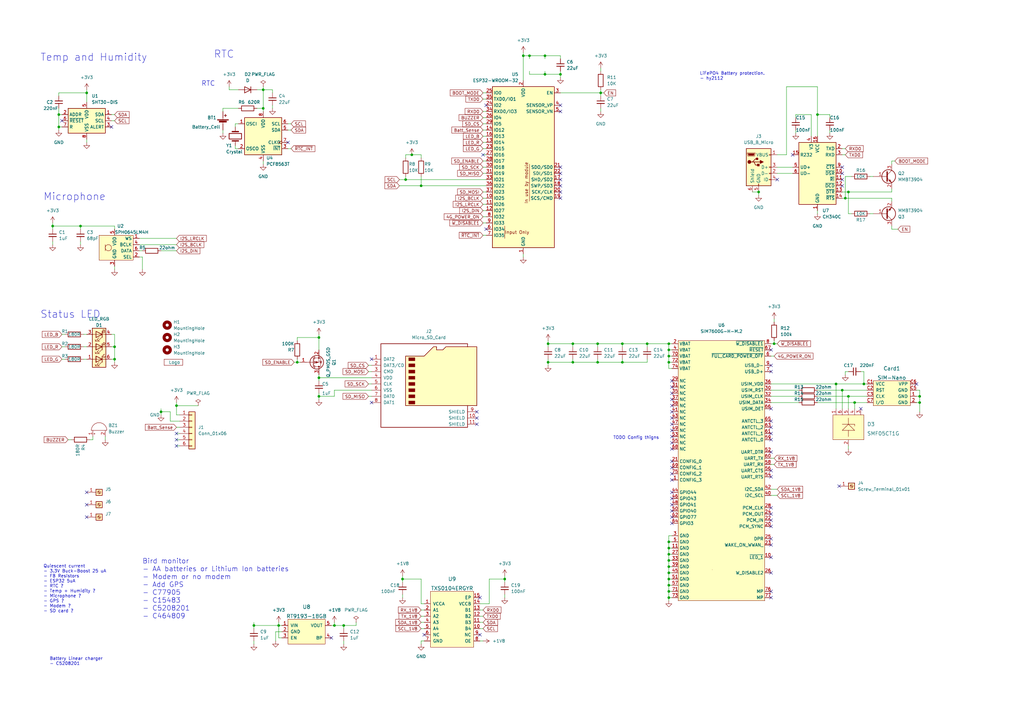
<source format=kicad_sch>
(kicad_sch (version 20230121) (generator eeschema)
  (paper "A3")
  (junction (at 274.32 232.41))
  (junction (at 350.52 165.1))
  (junction (at 130.81 154.94))
  (junction (at 166.37 73.66))
  (junction (at 274.32 143.51))
  (junction (at 274.32 146.05))
  (junction (at 168.91 63.5))
  (junction (at 274.32 224.79))
  (junction (at 46.99 147.32))
  (junction (at 245.11 140.97))
  (junction (at 255.27 148.59))
  (junction (at 217.17 22.86))
  (junction (at 223.52 30.48))
  (junction (at 377.19 162.56))
  (junction (at 104.14 256.54))
  (junction (at 354.33 157.48))
  (junction (at 274.32 240.03))
  (junction (at 140.97 256.54))
  (junction (at 35.56 38.1))
  (junction (at 345.44 160.02))
  (junction (at 114.3 256.54))
  (junction (at 229.87 30.48))
  (junction (at 137.16 256.54))
  (junction (at 24.13 46.99))
  (junction (at 72.39 166.37))
  (junction (at 207.01 237.49))
  (junction (at 234.95 148.59))
  (junction (at 172.72 76.2))
  (junction (at 46.99 142.24))
  (junction (at 274.32 227.33))
  (junction (at 130.81 138.43))
  (junction (at 107.95 44.45))
  (junction (at 274.32 242.57))
  (junction (at 274.32 222.25))
  (junction (at 347.98 162.56))
  (junction (at 33.02 92.71))
  (junction (at 274.32 245.11))
  (junction (at 311.15 78.74))
  (junction (at 274.32 237.49))
  (junction (at 342.9 157.48))
  (junction (at 21.59 92.71))
  (junction (at 265.43 140.97))
  (junction (at 121.92 148.59))
  (junction (at 274.32 148.59))
  (junction (at 66.04 168.91))
  (junction (at 377.19 165.1))
  (junction (at 274.32 140.97))
  (junction (at 274.32 234.95))
  (junction (at 223.52 22.86))
  (junction (at 224.79 140.97))
  (junction (at 255.27 140.97))
  (junction (at 347.98 78.74))
  (junction (at 234.95 140.97))
  (junction (at 245.11 148.59))
  (junction (at 107.95 36.83))
  (junction (at 224.79 148.59))
  (junction (at 130.81 162.56))
  (junction (at 346.71 81.28))
  (junction (at 274.32 229.87))
  (junction (at 24.13 52.07))
  (junction (at 317.5 140.97))
  (junction (at 335.28 46.99))
  (junction (at 165.1 237.49))
  (junction (at 214.63 22.86))
  (junction (at 246.38 38.1))
  (no_connect (at 25.4 49.53))
  (no_connect (at 199.39 43.18))
  (no_connect (at 316.23 228.6))
  (no_connect (at 229.87 43.18))
  (no_connect (at 316.23 208.28))
  (no_connect (at 316.23 175.26))
  (no_connect (at 275.59 181.61))
  (no_connect (at 353.06 167.64))
  (no_connect (at 316.23 210.82))
  (no_connect (at 275.59 163.83))
  (no_connect (at 316.23 180.34))
  (no_connect (at 345.44 73.66))
  (no_connect (at 275.59 194.31))
  (no_connect (at 275.59 207.01))
  (no_connect (at 316.23 193.04))
  (no_connect (at 275.59 191.77))
  (no_connect (at 316.23 177.8))
  (no_connect (at 45.72 52.07))
  (no_connect (at 275.59 201.93))
  (no_connect (at 135.89 261.62))
  (no_connect (at 316.23 149.86))
  (no_connect (at 275.59 204.47))
  (no_connect (at 35.56 212.09))
  (no_connect (at 275.59 189.23))
  (no_connect (at 345.44 68.58))
  (no_connect (at 316.23 234.95))
  (no_connect (at 196.85 260.35))
  (no_connect (at 275.59 168.91))
  (no_connect (at 316.23 143.51))
  (no_connect (at 196.85 245.11))
  (no_connect (at 275.59 158.75))
  (no_connect (at 152.4 147.32))
  (no_connect (at 118.11 58.42))
  (no_connect (at 275.59 166.37))
  (no_connect (at 198.12 63.5))
  (no_connect (at 229.87 76.2))
  (no_connect (at 35.56 207.01))
  (no_connect (at 275.59 209.55))
  (no_connect (at 316.23 172.72))
  (no_connect (at 316.23 195.58))
  (no_connect (at 173.99 260.35))
  (no_connect (at 344.17 199.39))
  (no_connect (at 199.39 93.98))
  (no_connect (at 316.23 245.11))
  (no_connect (at 325.12 63.5))
  (no_connect (at 345.44 71.12))
  (no_connect (at 316.23 242.57))
  (no_connect (at 275.59 184.15))
  (no_connect (at 275.59 179.07))
  (no_connect (at 275.59 171.45))
  (no_connect (at 275.59 161.29))
  (no_connect (at 229.87 81.28))
  (no_connect (at 275.59 173.99))
  (no_connect (at 229.87 73.66))
  (no_connect (at 345.44 76.2))
  (no_connect (at 316.23 223.52))
  (no_connect (at 229.87 45.72))
  (no_connect (at 316.23 185.42))
  (no_connect (at 316.23 167.64))
  (no_connect (at 72.39 182.88))
  (no_connect (at 275.59 214.63))
  (no_connect (at 275.59 156.21))
  (no_connect (at 229.87 71.12))
  (no_connect (at 316.23 213.36))
  (no_connect (at 195.58 173.99))
  (no_connect (at 275.59 212.09))
  (no_connect (at 195.58 168.91))
  (no_connect (at 316.23 152.4))
  (no_connect (at 316.23 220.98))
  (no_connect (at 316.23 215.9))
  (no_connect (at 275.59 176.53))
  (no_connect (at 72.39 180.34))
  (no_connect (at 318.77 73.66))
  (no_connect (at 229.87 68.58))
  (no_connect (at 35.56 201.93))
  (no_connect (at 152.4 165.1))
  (no_connect (at 375.92 157.48))
  (no_connect (at 72.39 177.8))
  (no_connect (at 229.87 78.74))
  (no_connect (at 195.58 171.45))
  (no_connect (at 275.59 196.85))
  (wire (pts (xy 207.01 243.84) (xy 207.01 245.11)))
  (wire (pts (xy 69.85 168.91) (xy 66.04 168.91)))
  (wire (pts (xy 91.44 53.34) (xy 91.44 54.61)))
  (wire (pts (xy 234.95 147.32) (xy 234.95 148.59)))
  (wire (pts (xy 135.89 256.54) (xy 137.16 256.54)))
  (wire (pts (xy 151.13 149.86) (xy 152.4 149.86)))
  (wire (pts (xy 45.72 142.24) (xy 46.99 142.24)))
  (wire (pts (xy 229.87 29.21) (xy 229.87 30.48)))
  (wire (pts (xy 224.79 148.59) (xy 224.79 149.86)))
  (wire (pts (xy 25.4 137.16) (xy 26.67 137.16)))
  (wire (pts (xy 146.05 256.54) (xy 146.05 255.27)))
  (wire (pts (xy 172.72 257.81) (xy 173.99 257.81)))
  (wire (pts (xy 172.72 264.16) (xy 172.72 262.89)))
  (wire (pts (xy 274.32 242.57) (xy 274.32 240.03)))
  (wire (pts (xy 172.72 237.49) (xy 165.1 237.49)))
  (wire (pts (xy 377.19 160.02) (xy 377.19 162.56)))
  (wire (pts (xy 24.13 38.1) (xy 35.56 38.1)))
  (wire (pts (xy 274.32 140.97) (xy 275.59 140.97)))
  (wire (pts (xy 274.32 222.25) (xy 274.32 219.71)))
  (wire (pts (xy 322.58 35.56) (xy 335.28 35.56)))
  (wire (pts (xy 21.59 92.71) (xy 33.02 92.71)))
  (wire (pts (xy 66.04 167.64) (xy 66.04 168.91)))
  (wire (pts (xy 130.81 137.16) (xy 130.81 138.43)))
  (wire (pts (xy 365.76 93.98) (xy 365.76 92.71)))
  (wire (pts (xy 38.1 179.07) (xy 38.1 180.34)))
  (wire (pts (xy 43.18 179.07) (xy 43.18 180.34)))
  (wire (pts (xy 265.43 140.97) (xy 255.27 140.97)))
  (wire (pts (xy 198.12 83.82) (xy 199.39 83.82)))
  (wire (pts (xy 274.32 224.79) (xy 275.59 224.79)))
  (wire (pts (xy 57.15 105.41) (xy 58.42 105.41)))
  (wire (pts (xy 217.17 29.21) (xy 217.17 30.48)))
  (wire (pts (xy 105.41 44.45) (xy 107.95 44.45)))
  (wire (pts (xy 375.92 165.1) (xy 377.19 165.1)))
  (wire (pts (xy 163.83 76.2) (xy 172.72 76.2)))
  (wire (pts (xy 274.32 242.57) (xy 275.59 242.57)))
  (wire (pts (xy 46.99 142.24) (xy 46.99 147.32)))
  (wire (pts (xy 130.81 154.94) (xy 130.81 153.67)))
  (wire (pts (xy 46.99 147.32) (xy 46.99 148.59)))
  (wire (pts (xy 198.12 63.5) (xy 199.39 63.5)))
  (wire (pts (xy 229.87 38.1) (xy 246.38 38.1)))
  (wire (pts (xy 163.83 73.66) (xy 166.37 73.66)))
  (wire (pts (xy 274.32 143.51) (xy 274.32 146.05)))
  (wire (pts (xy 25.4 147.32) (xy 26.67 147.32)))
  (wire (pts (xy 34.29 142.24) (xy 35.56 142.24)))
  (wire (pts (xy 265.43 147.32) (xy 265.43 148.59)))
  (wire (pts (xy 45.72 46.99) (xy 46.99 46.99)))
  (wire (pts (xy 368.3 93.98) (xy 365.76 93.98)))
  (wire (pts (xy 35.56 57.15) (xy 35.56 58.42)))
  (wire (pts (xy 198.12 58.42) (xy 199.39 58.42)))
  (wire (pts (xy 274.32 240.03) (xy 275.59 240.03)))
  (wire (pts (xy 245.11 140.97) (xy 234.95 140.97)))
  (wire (pts (xy 105.41 36.83) (xy 107.95 36.83)))
  (wire (pts (xy 165.1 236.22) (xy 165.1 237.49)))
  (wire (pts (xy 229.87 22.86) (xy 223.52 22.86)))
  (wire (pts (xy 255.27 140.97) (xy 255.27 142.24)))
  (wire (pts (xy 104.14 256.54) (xy 114.3 256.54)))
  (wire (pts (xy 217.17 22.86) (xy 223.52 22.86)))
  (wire (pts (xy 316.23 187.96) (xy 317.5 187.96)))
  (wire (pts (xy 365.76 78.74) (xy 365.76 77.47)))
  (wire (pts (xy 114.3 256.54) (xy 115.57 256.54)))
  (wire (pts (xy 347.98 152.4) (xy 346.71 152.4)))
  (wire (pts (xy 234.95 140.97) (xy 234.95 142.24)))
  (wire (pts (xy 166.37 72.39) (xy 166.37 73.66)))
  (wire (pts (xy 35.56 38.1) (xy 35.56 36.83)))
  (wire (pts (xy 130.81 161.29) (xy 130.81 162.56)))
  (wire (pts (xy 172.72 252.73) (xy 173.99 252.73)))
  (wire (pts (xy 335.28 86.36) (xy 335.28 87.63)))
  (wire (pts (xy 72.39 182.88) (xy 73.66 182.88)))
  (wire (pts (xy 196.85 257.81) (xy 198.12 257.81)))
  (wire (pts (xy 198.12 68.58) (xy 199.39 68.58)))
  (wire (pts (xy 316.23 190.5) (xy 317.5 190.5)))
  (wire (pts (xy 196.85 252.73) (xy 198.12 252.73)))
  (wire (pts (xy 81.28 166.37) (xy 72.39 166.37)))
  (wire (pts (xy 229.87 24.13) (xy 229.87 22.86)))
  (wire (pts (xy 34.29 137.16) (xy 35.56 137.16)))
  (wire (pts (xy 38.1 180.34) (xy 36.83 180.34)))
  (wire (pts (xy 245.11 147.32) (xy 245.11 148.59)))
  (wire (pts (xy 21.59 92.71) (xy 21.59 93.98)))
  (wire (pts (xy 21.59 99.06) (xy 21.59 100.33)))
  (wire (pts (xy 345.44 78.74) (xy 347.98 78.74)))
  (wire (pts (xy 207.01 237.49) (xy 207.01 238.76)))
  (wire (pts (xy 326.39 53.34) (xy 326.39 54.61)))
  (wire (pts (xy 255.27 147.32) (xy 255.27 148.59)))
  (wire (pts (xy 137.16 162.56) (xy 130.81 162.56)))
  (wire (pts (xy 57.15 100.33) (xy 72.39 100.33)))
  (wire (pts (xy 198.12 81.28) (xy 199.39 81.28)))
  (wire (pts (xy 33.02 92.71) (xy 33.02 93.98)))
  (wire (pts (xy 274.32 222.25) (xy 275.59 222.25)))
  (wire (pts (xy 33.02 99.06) (xy 33.02 100.33)))
  (wire (pts (xy 72.39 166.37) (xy 72.39 165.1)))
  (wire (pts (xy 120.65 148.59) (xy 121.92 148.59)))
  (wire (pts (xy 130.81 162.56) (xy 130.81 163.83)))
  (wire (pts (xy 114.3 256.54) (xy 114.3 255.27)))
  (wire (pts (xy 347.98 182.88) (xy 347.98 184.15)))
  (wire (pts (xy 214.63 22.86) (xy 214.63 33.02)))
  (wire (pts (xy 45.72 49.53) (xy 46.99 49.53)))
  (wire (pts (xy 130.81 138.43) (xy 121.92 138.43)))
  (wire (pts (xy 326.39 48.26) (xy 326.39 46.99)))
  (wire (pts (xy 318.77 71.12) (xy 325.12 71.12)))
  (wire (pts (xy 130.81 138.43) (xy 130.81 143.51)))
  (wire (pts (xy 168.91 63.5) (xy 172.72 63.5)))
  (wire (pts (xy 353.06 152.4) (xy 354.33 152.4)))
  (wire (pts (xy 214.63 104.14) (xy 214.63 105.41)))
  (wire (pts (xy 349.25 72.39) (xy 346.71 72.39)))
  (wire (pts (xy 198.12 86.36) (xy 199.39 86.36)))
  (wire (pts (xy 107.95 35.56) (xy 107.95 36.83)))
  (wire (pts (xy 265.43 140.97) (xy 265.43 142.24)))
  (wire (pts (xy 46.99 109.22) (xy 46.99 110.49)))
  (wire (pts (xy 274.32 246.38) (xy 274.32 245.11)))
  (wire (pts (xy 196.85 255.27) (xy 198.12 255.27)))
  (wire (pts (xy 96.52 50.8) (xy 97.79 50.8)))
  (wire (pts (xy 224.79 140.97) (xy 224.79 142.24)))
  (wire (pts (xy 345.44 81.28) (xy 346.71 81.28)))
  (wire (pts (xy 69.85 172.72) (xy 69.85 168.91)))
  (wire (pts (xy 91.44 44.45) (xy 91.44 45.72)))
  (wire (pts (xy 217.17 30.48) (xy 223.52 30.48)))
  (wire (pts (xy 21.59 91.44) (xy 21.59 92.71)))
  (wire (pts (xy 214.63 22.86) (xy 217.17 22.86)))
  (wire (pts (xy 224.79 147.32) (xy 224.79 148.59)))
  (wire (pts (xy 72.39 180.34) (xy 73.66 180.34)))
  (wire (pts (xy 166.37 63.5) (xy 168.91 63.5)))
  (wire (pts (xy 200.66 237.49) (xy 207.01 237.49)))
  (wire (pts (xy 274.32 148.59) (xy 275.59 148.59)))
  (wire (pts (xy 354.33 157.48) (xy 355.6 157.48)))
  (wire (pts (xy 223.52 22.86) (xy 223.52 24.13)))
  (wire (pts (xy 130.81 154.94) (xy 152.4 154.94)))
  (wire (pts (xy 165.1 237.49) (xy 165.1 238.76)))
  (wire (pts (xy 121.92 138.43) (xy 121.92 139.7)))
  (wire (pts (xy 274.32 146.05) (xy 274.32 148.59)))
  (wire (pts (xy 246.38 38.1) (xy 246.38 39.37)))
  (wire (pts (xy 347.98 162.56) (xy 347.98 167.64)))
  (wire (pts (xy 111.76 38.1) (xy 111.76 36.83)))
  (wire (pts (xy 255.27 148.59) (xy 245.11 148.59)))
  (wire (pts (xy 107.95 44.45) (xy 107.95 45.72)))
  (wire (pts (xy 316.23 157.48) (xy 342.9 157.48)))
  (wire (pts (xy 346.71 152.4) (xy 346.71 153.67)))
  (wire (pts (xy 173.99 247.65) (xy 172.72 247.65)))
  (wire (pts (xy 347.98 162.56) (xy 355.6 162.56)))
  (wire (pts (xy 166.37 73.66) (xy 199.39 73.66)))
  (wire (pts (xy 214.63 21.59) (xy 214.63 22.86)))
  (wire (pts (xy 25.4 46.99) (xy 24.13 46.99)))
  (wire (pts (xy 66.04 168.91) (xy 66.04 170.18)))
  (wire (pts (xy 335.28 35.56) (xy 335.28 46.99)))
  (wire (pts (xy 96.52 52.07) (xy 96.52 50.8)))
  (wire (pts (xy 140.97 262.89) (xy 140.97 264.16)))
  (wire (pts (xy 172.72 64.77) (xy 172.72 63.5)))
  (wire (pts (xy 340.36 48.26) (xy 340.36 46.99)))
  (wire (pts (xy 118.11 50.8) (xy 119.38 50.8)))
  (wire (pts (xy 198.12 88.9) (xy 199.39 88.9)))
  (wire (pts (xy 97.79 60.96) (xy 96.52 60.96)))
  (wire (pts (xy 111.76 36.83) (xy 107.95 36.83)))
  (wire (pts (xy 111.76 43.18) (xy 111.76 44.45)))
  (wire (pts (xy 172.72 262.89) (xy 173.99 262.89)))
  (wire (pts (xy 340.36 53.34) (xy 340.36 54.61)))
  (wire (pts (xy 207.01 236.22) (xy 207.01 237.49)))
  (wire (pts (xy 198.12 71.12) (xy 199.39 71.12)))
  (wire (pts (xy 332.74 55.88) (xy 332.74 46.99)))
  (wire (pts (xy 140.97 257.81) (xy 140.97 256.54)))
  (wire (pts (xy 107.95 66.04) (xy 107.95 67.31)))
  (wire (pts (xy 104.14 257.81) (xy 104.14 256.54)))
  (wire (pts (xy 198.12 53.34) (xy 199.39 53.34)))
  (wire (pts (xy 274.32 234.95) (xy 275.59 234.95)))
  (wire (pts (xy 151.13 162.56) (xy 152.4 162.56)))
  (wire (pts (xy 121.92 148.59) (xy 123.19 148.59)))
  (wire (pts (xy 265.43 148.59) (xy 255.27 148.59)))
  (wire (pts (xy 198.12 40.64) (xy 199.39 40.64)))
  (wire (pts (xy 35.56 38.1) (xy 35.56 41.91)))
  (wire (pts (xy 33.02 92.71) (xy 46.99 92.71)))
  (wire (pts (xy 137.16 160.02) (xy 137.16 162.56)))
  (wire (pts (xy 72.39 175.26) (xy 73.66 175.26)))
  (wire (pts (xy 365.76 66.04) (xy 365.76 67.31)))
  (wire (pts (xy 113.03 262.89) (xy 113.03 259.08)))
  (wire (pts (xy 246.38 44.45) (xy 246.38 45.72)))
  (wire (pts (xy 196.85 250.19) (xy 198.12 250.19)))
  (wire (pts (xy 73.66 170.18) (xy 72.39 170.18)))
  (wire (pts (xy 274.32 245.11) (xy 274.32 242.57)))
  (wire (pts (xy 151.13 152.4) (xy 152.4 152.4)))
  (wire (pts (xy 25.4 142.24) (xy 26.67 142.24)))
  (wire (pts (xy 46.99 142.24) (xy 46.99 137.16)))
  (wire (pts (xy 274.32 140.97) (xy 265.43 140.97)))
  (wire (pts (xy 342.9 157.48) (xy 342.9 167.64)))
  (wire (pts (xy 57.15 97.79) (xy 72.39 97.79)))
  (wire (pts (xy 274.32 245.11) (xy 275.59 245.11)))
  (wire (pts (xy 24.13 52.07) (xy 25.4 52.07)))
  (wire (pts (xy 118.11 53.34) (xy 119.38 53.34)))
  (wire (pts (xy 97.79 44.45) (xy 91.44 44.45)))
  (wire (pts (xy 345.44 160.02) (xy 355.6 160.02)))
  (wire (pts (xy 96.52 60.96) (xy 96.52 59.69)))
  (wire (pts (xy 172.72 255.27) (xy 173.99 255.27)))
  (wire (pts (xy 229.87 30.48) (xy 229.87 31.75)))
  (wire (pts (xy 27.94 180.34) (xy 29.21 180.34)))
  (wire (pts (xy 317.5 140.97) (xy 318.77 140.97)))
  (wire (pts (xy 274.32 224.79) (xy 274.32 222.25)))
  (wire (pts (xy 255.27 140.97) (xy 245.11 140.97)))
  (wire (pts (xy 350.52 165.1) (xy 350.52 167.64)))
  (wire (pts (xy 308.61 78.74) (xy 311.15 78.74)))
  (wire (pts (xy 317.5 139.7) (xy 317.5 140.97)))
  (wire (pts (xy 354.33 157.48) (xy 354.33 152.4)))
  (wire (pts (xy 115.57 261.62) (xy 114.3 261.62)))
  (wire (pts (xy 342.9 157.48) (xy 354.33 157.48)))
  (wire (pts (xy 345.44 60.96) (xy 346.71 60.96)))
  (wire (pts (xy 172.72 72.39) (xy 172.72 76.2)))
  (wire (pts (xy 34.29 147.32) (xy 35.56 147.32)))
  (wire (pts (xy 165.1 243.84) (xy 165.1 245.11)))
  (wire (pts (xy 345.44 160.02) (xy 345.44 167.64)))
  (wire (pts (xy 198.12 48.26) (xy 199.39 48.26)))
  (wire (pts (xy 196.85 262.89) (xy 198.12 262.89)))
  (wire (pts (xy 73.66 172.72) (xy 69.85 172.72)))
  (wire (pts (xy 246.38 38.1) (xy 247.65 38.1)))
  (wire (pts (xy 46.99 92.71) (xy 46.99 93.98)))
  (wire (pts (xy 274.32 143.51) (xy 275.59 143.51)))
  (wire (pts (xy 217.17 22.86) (xy 217.17 24.13)))
  (wire (pts (xy 93.98 36.83) (xy 97.79 36.83)))
  (wire (pts (xy 274.32 229.87) (xy 274.32 227.33)))
  (wire (pts (xy 367.03 66.04) (xy 365.76 66.04)))
  (wire (pts (xy 113.03 259.08) (xy 115.57 259.08)))
  (wire (pts (xy 274.32 232.41) (xy 274.32 229.87)))
  (wire (pts (xy 335.28 162.56) (xy 347.98 162.56)))
  (wire (pts (xy 140.97 256.54) (xy 137.16 256.54)))
  (wire (pts (xy 104.14 255.27) (xy 104.14 256.54)))
  (wire (pts (xy 114.3 261.62) (xy 114.3 256.54)))
  (wire (pts (xy 198.12 55.88) (xy 199.39 55.88)))
  (wire (pts (xy 346.71 81.28) (xy 365.76 81.28)))
  (wire (pts (xy 234.95 140.97) (xy 224.79 140.97)))
  (wire (pts (xy 24.13 39.37) (xy 24.13 38.1)))
  (wire (pts (xy 166.37 63.5) (xy 166.37 64.77)))
  (wire (pts (xy 172.72 250.19) (xy 173.99 250.19)))
  (wire (pts (xy 245.11 140.97) (xy 245.11 142.24)))
  (wire (pts (xy 377.19 165.1) (xy 377.19 162.56)))
  (wire (pts (xy 107.95 36.83) (xy 107.95 44.45)))
  (wire (pts (xy 196.85 247.65) (xy 200.66 247.65)))
  (wire (pts (xy 316.23 160.02) (xy 327.66 160.02)))
  (wire (pts (xy 137.16 160.02) (xy 152.4 160.02)))
  (wire (pts (xy 311.15 78.74) (xy 311.15 80.01)))
  (wire (pts (xy 335.28 165.1) (xy 350.52 165.1)))
  (wire (pts (xy 198.12 45.72) (xy 199.39 45.72)))
  (wire (pts (xy 58.42 105.41) (xy 58.42 110.49)))
  (wire (pts (xy 46.99 147.32) (xy 45.72 147.32)))
  (wire (pts (xy 198.12 50.8) (xy 199.39 50.8)))
  (wire (pts (xy 198.12 66.04) (xy 199.39 66.04)))
  (wire (pts (xy 118.11 60.96) (xy 119.38 60.96)))
  (wire (pts (xy 121.92 147.32) (xy 121.92 148.59)))
  (wire (pts (xy 66.04 102.87) (xy 72.39 102.87)))
  (wire (pts (xy 172.72 76.2) (xy 199.39 76.2)))
  (wire (pts (xy 347.98 78.74) (xy 365.76 78.74)))
  (wire (pts (xy 24.13 44.45) (xy 24.13 46.99)))
  (wire (pts (xy 24.13 46.99) (xy 24.13 52.07)))
  (wire (pts (xy 24.13 53.34) (xy 24.13 52.07)))
  (wire (pts (xy 137.16 256.54) (xy 137.16 255.27)))
  (wire (pts (xy 274.32 232.41) (xy 275.59 232.41)))
  (wire (pts (xy 234.95 148.59) (xy 224.79 148.59)))
  (wire (pts (xy 198.12 38.1) (xy 199.39 38.1)))
  (wire (pts (xy 274.32 148.59) (xy 274.32 151.13)))
  (wire (pts (xy 365.76 81.28) (xy 365.76 82.55)))
  (wire (pts (xy 335.28 46.99) (xy 335.28 55.88)))
  (wire (pts (xy 356.87 87.63) (xy 358.14 87.63)))
  (wire (pts (xy 198.12 96.52) (xy 199.39 96.52)))
  (wire (pts (xy 274.32 237.49) (xy 275.59 237.49)))
  (wire (pts (xy 246.38 27.94) (xy 246.38 29.21)))
  (wire (pts (xy 223.52 29.21) (xy 223.52 30.48)))
  (wire (pts (xy 316.23 146.05) (xy 317.5 146.05)))
  (wire (pts (xy 198.12 91.44) (xy 199.39 91.44)))
  (wire (pts (xy 316.23 162.56) (xy 327.66 162.56)))
  (wire (pts (xy 57.15 102.87) (xy 58.42 102.87)))
  (wire (pts (xy 317.5 140.97) (xy 316.23 140.97)))
  (wire (pts (xy 274.32 240.03) (xy 274.32 237.49)))
  (wire (pts (xy 274.32 151.13) (xy 275.59 151.13)))
  (wire (pts (xy 274.32 227.33) (xy 274.32 224.79)))
  (wire (pts (xy 349.25 87.63) (xy 347.98 87.63)))
  (wire (pts (xy 46.99 137.16) (xy 45.72 137.16)))
  (wire (pts (xy 274.32 234.95) (xy 274.32 232.41)))
  (wire (pts (xy 274.32 229.87) (xy 275.59 229.87)))
  (wire (pts (xy 130.81 154.94) (xy 130.81 156.21)))
  (wire (pts (xy 317.5 130.81) (xy 317.5 132.08)))
  (wire (pts (xy 104.14 262.89) (xy 104.14 264.16)))
  (wire (pts (xy 347.98 87.63) (xy 347.98 78.74)))
  (wire (pts (xy 318.77 68.58) (xy 325.12 68.58)))
  (wire (pts (xy 326.39 46.99) (xy 332.74 46.99)))
  (wire (pts (xy 72.39 177.8) (xy 73.66 177.8)))
  (wire (pts (xy 350.52 165.1) (xy 355.6 165.1)))
  (wire (pts (xy 274.32 219.71) (xy 275.59 219.71)))
  (wire (pts (xy 345.44 63.5) (xy 346.71 63.5)))
  (wire (pts (xy 274.32 237.49) (xy 274.32 234.95)))
  (wire (pts (xy 377.19 168.91) (xy 377.19 165.1)))
  (wire (pts (xy 375.92 162.56) (xy 377.19 162.56)))
  (wire (pts (xy 274.32 140.97) (xy 274.32 143.51)))
  (wire (pts (xy 335.28 46.99) (xy 340.36 46.99)))
  (wire (pts (xy 200.66 247.65) (xy 200.66 237.49)))
  (wire (pts (xy 140.97 256.54) (xy 146.05 256.54)))
  (wire (pts (xy 274.32 146.05) (xy 275.59 146.05)))
  (wire (pts (xy 93.98 35.56) (xy 93.98 36.83)))
  (wire (pts (xy 375.92 160.02) (xy 377.19 160.02)))
  (wire (pts (xy 316.23 165.1) (xy 327.66 165.1)))
  (wire (pts (xy 346.71 72.39) (xy 346.71 81.28)))
  (wire (pts (xy 356.87 72.39) (xy 358.14 72.39)))
  (wire (pts (xy 172.72 247.65) (xy 172.72 237.49)))
  (wire (pts (xy 198.12 78.74) (xy 199.39 78.74)))
  (wire (pts (xy 274.32 227.33) (xy 275.59 227.33)))
  (wire (pts (xy 72.39 166.37) (xy 72.39 170.18)))
  (wire (pts (xy 151.13 157.48) (xy 152.4 157.48)))
  (wire (pts (xy 316.23 203.2) (xy 318.77 203.2)))
  (wire (pts (xy 322.58 35.56) (xy 322.58 63.5)))
  (wire (pts (xy 245.11 148.59) (xy 234.95 148.59)))
  (wire (pts (xy 229.87 30.48) (xy 223.52 30.48)))
  (wire (pts (xy 198.12 60.96) (xy 199.39 60.96)))
  (wire (pts (xy 246.38 36.83) (xy 246.38 38.1)))
  (wire (pts (xy 335.28 160.02) (xy 345.44 160.02)))
  (wire (pts (xy 316.23 200.66) (xy 318.77 200.66)))
  (wire (pts (xy 318.77 63.5) (xy 322.58 63.5)))
  (wire (pts (xy 224.79 139.7) (xy 224.79 140.97)))
  (text "Temp and Humidity" (at 16.51 25.4 0) (effects (font (size 3 3)) (justify left bottom)))
  (text "Battery Linear charger\n- C5208201" (at 20.32 273.05 0) (effects (font (size 1.27 1.27)) (justify left bottom)))
  (text "TODO Config thigns" (at 251.46 180.34 0) (effects (font (size 1.27 1.27)) (justify left bottom)))
  (text "RTC" (at 87.63 24.13 0) (effects (font (size 3 3)) (justify left bottom)))
  (text "RTC" (at 82.55 35.56 0) (effects (font (size 2 2)) (justify left bottom)))
  (text "Quiescent current\n- 3.3V Buck-Boost 25 uA\n- FB Resistors\n- ESP32 5uA\n- RTC ?\n- Temp + Humidity ?\n- Microphone ?\n- GPS ?\n- Modem ?\n- SD card ?\n" (at 17.78 251.46 0) (effects (font (size 1.27 1.27)) (justify left bottom)))
  (text "Status LED" (at 16.51 130.81 0) (effects (font (size 3 3)) (justify left bottom)))
  (text "Microphone" (at 17.78 82.55 0) (effects (font (size 3 3)) (justify left bottom)))
  (text "Bird monitor\n- AA batteries or Lithium Ion batteries\n- Modem or no modem\n- Add GPS\n- C77905\n- C15483\n- C5208201\n- C464809" (at 58.42 254 0) (effects (font (size 2 2)) (justify left bottom)))
  (text "LiFePO4 Battery protection.\n- hy2112" (at 287.02 33.02 0) (effects (font (size 1.27 1.27)) (justify left bottom)))
  (global_label "LED_G" (shape input) (at 198.12 60.96 180) (property "Intersheetrefs" "${INTERSHEET_REFS}" (effects hide)))
  (global_label "LED_R" (shape input) (at 25.4 142.24 180) (property "Intersheetrefs" "${INTERSHEET_REFS}" (effects hide)))
  (global_label "EN" (shape input) (at 368.3 93.98 0) (property "Intersheetrefs" "${INTERSHEET_REFS}" (effects hide)))
  (global_label "BOOT_MODE" (shape input) (at 198.12 38.1 180) (property "Intersheetrefs" "${INTERSHEET_REFS}" (effects hide)))
  (global_label "TXD0" (shape input) (at 198.12 252.73 0) (property "Intersheetrefs" "${INTERSHEET_REFS}" (effects hide)))
  (global_label "4G_POWER_ON" (shape input) (at 198.12 88.9 180) (property "Intersheetrefs" "${INTERSHEET_REFS}" (effects hide)))
  (global_label "~{RTC_INT}" (shape input) (at 119.38 60.96 0) (property "Intersheetrefs" "${INTERSHEET_REFS}" (effects hide)))
  (global_label "SDA_1V8" (shape input) (at 172.72 255.27 180) (property "Intersheetrefs" "${INTERSHEET_REFS}" (effects hide)))
  (global_label "LED_R" (shape input) (at 198.12 58.42 180) (property "Intersheetrefs" "${INTERSHEET_REFS}" (effects hide)))
  (global_label "LED_B" (shape input) (at 25.4 137.16 180) (property "Intersheetrefs" "${INTERSHEET_REFS}" (effects hide)))
  (global_label "SCL_1V8" (shape input) (at 318.77 203.2 0) (property "Intersheetrefs" "${INTERSHEET_REFS}" (effects hide)))
  (global_label "I2S_LRCLK" (shape input) (at 198.12 83.82 180) (property "Intersheetrefs" "${INTERSHEET_REFS}" (effects hide)))
  (global_label "SD_MOSI" (shape input) (at 151.13 152.4 180) (property "Intersheetrefs" "${INTERSHEET_REFS}" (effects hide)))
  (global_label "SCL" (shape input) (at 46.99 49.53 0) (property "Intersheetrefs" "${INTERSHEET_REFS}" (effects hide)))
  (global_label "~{W_DISABLE1}" (shape input) (at 318.77 140.97 0) (property "Intersheetrefs" "${INTERSHEET_REFS}" (effects hide)))
  (global_label "I2S_BCLK" (shape input) (at 72.39 100.33 0) (property "Intersheetrefs" "${INTERSHEET_REFS}" (effects hide)))
  (global_label "TXD0" (shape input) (at 198.12 40.64 180) (property "Intersheetrefs" "${INTERSHEET_REFS}" (effects hide)))
  (global_label "SDA" (shape input) (at 198.12 255.27 0) (property "Intersheetrefs" "${INTERSHEET_REFS}" (effects hide)))
  (global_label "I2S_LRCLK" (shape input) (at 72.39 97.79 0) (property "Intersheetrefs" "${INTERSHEET_REFS}" (effects hide)))
  (global_label "RXD0" (shape input) (at 198.12 250.19 0) (property "Intersheetrefs" "${INTERSHEET_REFS}" (effects hide)))
  (global_label "~{W_DISABLE1}" (shape input) (at 198.12 91.44 180) (property "Intersheetrefs" "${INTERSHEET_REFS}" (effects hide)))
  (global_label "SD_ENABLE" (shape input) (at 198.12 66.04 180) (property "Intersheetrefs" "${INTERSHEET_REFS}" (effects hide)))
  (global_label "SDA" (shape input) (at 46.99 46.99 0) (property "Intersheetrefs" "${INTERSHEET_REFS}" (effects hide)))
  (global_label "I2S_DIN" (shape input) (at 72.39 102.87 0) (property "Intersheetrefs" "${INTERSHEET_REFS}" (effects hide)))
  (global_label "I2S_DIN" (shape input) (at 198.12 86.36 180) (property "Intersheetrefs" "${INTERSHEET_REFS}" (effects hide)))
  (global_label "TX_1V8" (shape input) (at 172.72 252.73 180) (property "Intersheetrefs" "${INTERSHEET_REFS}" (effects hide)))
  (global_label "LED_G" (shape input) (at 25.4 147.32 180) (property "Intersheetrefs" "${INTERSHEET_REFS}" (effects hide)))
  (global_label "RXD0" (shape input) (at 346.71 60.96 0) (property "Intersheetrefs" "${INTERSHEET_REFS}" (effects hide)))
  (global_label "BUZZER" (shape input) (at 198.12 48.26 180) (property "Intersheetrefs" "${INTERSHEET_REFS}" (effects hide)))
  (global_label "Batt_Sense" (shape input) (at 72.39 175.26 180) (property "Intersheetrefs" "${INTERSHEET_REFS}" (effects hide)))
  (global_label "BUZZER" (shape input) (at 27.94 180.34 180) (property "Intersheetrefs" "${INTERSHEET_REFS}" (effects hide)))
  (global_label "BOOT_MODE" (shape input) (at 367.03 66.04 0) (property "Intersheetrefs" "${INTERSHEET_REFS}" (effects hide)))
  (global_label "SD_CS" (shape input) (at 151.13 149.86 180) (property "Intersheetrefs" "${INTERSHEET_REFS}" (effects hide)))
  (global_label "EN" (shape input) (at 247.65 38.1 0) (property "Intersheetrefs" "${INTERSHEET_REFS}" (effects hide)))
  (global_label "SD_SCK" (shape input) (at 198.12 68.58 180) (property "Intersheetrefs" "${INTERSHEET_REFS}" (effects hide)))
  (global_label "TX_1V8" (shape input) (at 317.5 190.5 0) (property "Intersheetrefs" "${INTERSHEET_REFS}" (effects hide)))
  (global_label "RXD0" (shape input) (at 198.12 45.72 180) (property "Intersheetrefs" "${INTERSHEET_REFS}" (effects hide)))
  (global_label "4G_POWER_ON" (shape input) (at 317.5 146.05 0) (property "Intersheetrefs" "${INTERSHEET_REFS}" (effects hide)))
  (global_label "LED_B" (shape input) (at 198.12 55.88 180) (property "Intersheetrefs" "${INTERSHEET_REFS}" (effects hide)))
  (global_label "I2S_BCLK" (shape input) (at 198.12 81.28 180) (property "Intersheetrefs" "${INTERSHEET_REFS}" (effects hide)))
  (global_label "RX_1V8" (shape input) (at 317.5 187.96 0) (property "Intersheetrefs" "${INTERSHEET_REFS}" (effects hide)))
  (global_label "SD_MISO" (shape input) (at 198.12 71.12 180) (property "Intersheetrefs" "${INTERSHEET_REFS}" (effects hide)))
  (global_label "RX_1V8" (shape input) (at 172.72 250.19 180) (property "Intersheetrefs" "${INTERSHEET_REFS}" (effects hide)))
  (global_label "SD_MISO" (shape input) (at 151.13 162.56 180) (property "Intersheetrefs" "${INTERSHEET_REFS}" (effects hide)))
  (global_label "SDA" (shape input) (at 119.38 53.34 0) (property "Intersheetrefs" "${INTERSHEET_REFS}" (effects hide)))
  (global_label "SCL" (shape input) (at 198.12 257.81 0) (property "Intersheetrefs" "${INTERSHEET_REFS}" (effects hide)))
  (global_label "SCL" (shape input) (at 119.38 50.8 0) (property "Intersheetrefs" "${INTERSHEET_REFS}" (effects hide)))
  (global_label "SD_MOSI" (shape input) (at 198.12 78.74 180) (property "Intersheetrefs" "${INTERSHEET_REFS}" (effects hide)))
  (global_label "~{RTC_INT}" (shape input) (at 198.12 96.52 180) (property "Intersheetrefs" "${INTERSHEET_REFS}" (effects hide)))
  (global_label "SDA_1V8" (shape input) (at 318.77 200.66 0) (property "Intersheetrefs" "${INTERSHEET_REFS}" (effects hide)))
  (global_label "TXD0" (shape input) (at 346.71 63.5 0) (property "Intersheetrefs" "${INTERSHEET_REFS}" (effects hide)))
  (global_label "SD_ENABLE" (shape input) (at 120.65 148.59 180) (property "Intersheetrefs" "${INTERSHEET_REFS}" (effects hide)))
  (global_label "SD_CS" (shape input) (at 198.12 50.8 180) (property "Intersheetrefs" "${INTERSHEET_REFS}" (effects hide)))
  (global_label "SCL_1V8" (shape input) (at 172.72 257.81 180) (property "Intersheetrefs" "${INTERSHEET_REFS}" (effects hide)))
  (global_label "SD_SCK" (shape input) (at 151.13 157.48 180) (property "Intersheetrefs" "${INTERSHEET_REFS}" (effects hide)))
  (global_label "SCL" (shape input) (at 163.83 73.66 180) (property "Intersheetrefs" "${INTERSHEET_REFS}" (effects hide)))
  (global_label "Batt_Sense" (shape input) (at 198.12 53.34 180) (property "Intersheetrefs" "${INTERSHEET_REFS}" (effects hide)))
  (global_label "SDA" (shape input) (at 163.83 76.2 180) (property "Intersheetrefs" "${INTERSHEET_REFS}" (effects hide)))
  (symbol (lib_id "cacophony-symbols:Logo") (at 71.12 148.59 0) (unit 1) (in_bom no)
    (property "Reference" "U3" (effects hide))
    (property "Value" "Logo" (at 69.215 148.59 0) (effects (justify left)))
    (property "Footprint" "cacophony-footprints:logo" (effects hide))
  )
  (symbol (lib_id "power:PWR_FLAG") (at 81.28 166.37 0) (unit 1)
    (property "Reference" "#FLG0104" (effects hide))
    (property "Value" "PWR_FLAG" (at 81.28 161.29 0))
  )
  (symbol (lib_id "power:GND") (at 326.39 54.61 0) (unit 1)
    (property "Reference" "#PWR0131" (effects hide))
    (property "Value" "GND" (effects hide))
  )
  (symbol (lib_id "power:GND") (at 46.99 148.59 0) (unit 1)
    (property "Reference" "#PWR0118" (effects hide))
    (property "Value" "GND" (effects hide))
  )
  (symbol (lib_id "Connector:Screw_Terminal_01x01") (at 40.64 212.09 0) (unit 1)
    (property "Reference" "J7" (at 43.18 210.8199 0) (effects (justify left)))
    (property "Value" "Screw_Terminal_M2_L10" (effects hide))
    (property "Footprint" "cacophony-library:SMD_NUT_D5.6-HD3.6-L10.0" (effects hide))
    (property "LCSC" "C2928171" (effects hide))
  )
  (symbol (lib_id "power:GND") (at 207.01 245.11 0) (unit 1)
    (property "Reference" "#PWR0137" (effects hide))
    (property "Value" "GND" (effects hide))
  )
  (symbol (lib_id "Connector:Screw_Terminal_01x01") (at 349.25 199.39 0) (unit 1)
    (property "Reference" "J4" (at 351.79 198.12 0) (effects (justify left)))
    (property "Value" "Screw_Terminal_01x01" (at 351.79 200.6599 0) (effects (justify left)))
    (property "Footprint" "cacophony-footprints:SMD_M2_nut" (effects hide))
    (property "LCSC" "C2928176" (effects hide))
  )
  (symbol (lib_id "power:+1V8") (at 198.12 262.89 270) (unit 1)
    (property "Reference" "#PWR0136" (effects hide))
    (property "Value" "+1V8" (at 201.93 262.8899 90) (effects (justify left)))
  )
  (symbol (lib_id "Device:C_Small") (at 21.59 96.52 0) (unit 1)
    (property "Reference" "C1" (at 24.13 95.2562 0) (effects (justify left)))
    (property "Value" "1uF" (at 24.13 97.7962 0) (effects (justify left)))
    (property "Footprint" "Capacitor_SMD:C_0402_1005Metric" (effects hide))
    (property "LCSC" "C52923" (effects hide))
  )
  (symbol (lib_id "Device:R") (at 62.23 102.87 90) (unit 1)
    (property "Reference" "R5" (at 58.42 101.6 90))
    (property "Value" "22ohm" (at 68.58 101.6 90))
    (property "Footprint" "Resistor_SMD:R_0402_1005Metric" (effects hide))
    (property "LCSC" "C25092" (effects hide))
  )
  (symbol (lib_id "power:GND") (at 113.03 262.89 0) (unit 1)
    (property "Reference" "#PWR0145" (effects hide))
    (property "Value" "GND" (effects hide))
  )
  (symbol (lib_id "power:+3V3") (at 207.01 236.22 0) (unit 1)
    (property "Reference" "#PWR0138" (effects hide))
    (property "Value" "+3V3" (at 207.01 231.14 0))
  )
  (symbol (lib_id "Connector_Generic:Conn_01x06") (at 78.74 175.26 0) (unit 1)
    (property "Reference" "J1" (at 81.28 175.2599 0) (effects (justify left)))
    (property "Value" "Conn_01x06" (at 81.28 177.7999 0) (effects (justify left)))
    (property "Footprint" "Connector_PinHeader_2.54mm:PinHeader_1x06_P2.54mm_Vertical" (effects hide))
  )
  (symbol (lib_id "Sensor_Humidity:SHT30-DIS") (at 35.56 49.53 0) (unit 1)
    (property "Reference" "U1" (at 37.5794 39.37 0) (effects (justify left)))
    (property "Value" "SHT30-DIS" (at 37.5794 41.91 0) (effects (justify left)))
    (property "Footprint" "Sensor_Humidity:Sensirion_DFN-8-1EP_2.5x2.5mm_P0.5mm_EP1.1x1.7mm" (effects hide))
    (property "Datasheet" "https://www.sensirion.com/fileadmin/user_upload/customers/sensirion/Dokumente/2_Humidity_Sensors/Datasheets/Sensirion_Humidity_Sensors_SHT3x_Datasheet_digital.pdf" (effects hide))
    (property "LCSC" "C77361" (effects hide))
  )
  (symbol (lib_id "Connector:USB_B_Micro") (at 311.15 68.58 0) (unit 1)
    (property "Reference" "J3" (at 311.15 55.88 0))
    (property "Value" "USB_B_Micro" (at 311.15 58.42 0))
    (property "Footprint" "cacophony-footprints:920-E52A2021S10100" (effects hide))
    (property "LCSC" "C10418" (effects hide))
  )
  (symbol (lib_id "Device:D") (at 101.6 36.83 180) (unit 1)
    (property "Reference" "D2" (at 101.6 30.48 0))
    (property "Value" "D" (at 101.6 33.02 0))
    (property "Footprint" "Diode_SMD:D_SOD-123F" (effects hide))
    (property "LCSC" "C64898" (effects hide))
  )
  (symbol (lib_id "Device:C_Small") (at 245.11 144.78 0) (unit 1)
    (property "Reference" "C11" (at 247.65 143.5162 0) (effects (justify left)))
    (property "Value" "22uF" (at 247.65 146.0562 0) (effects (justify left)))
    (property "Footprint" "Capacitor_SMD:C_0603_1608Metric" (effects hide))
    (property "LCSC" "C59461" (effects hide))
  )
  (symbol (lib_id "Device:R") (at 166.37 68.58 0) (unit 1)
    (property "Reference" "R8" (at 167.64 67.31 0) (effects (justify left)))
    (property "Value" "10K" (at 167.64 69.85 0) (effects (justify left)))
    (property "Footprint" "Resistor_SMD:R_0402_1005Metric" (effects hide))
    (property "LCSC" "C25744" (effects hide))
  )
  (symbol (lib_id "power:GND") (at 165.1 245.11 0) (unit 1)
    (property "Reference" "#PWR0140" (effects hide))
    (property "Value" "GND" (effects hide))
  )
  (symbol (lib_id "power:+3V3") (at 35.56 36.83 0) (unit 1)
    (property "Reference" "#PWR0113" (effects hide))
    (property "Value" "+3V3" (at 35.56 31.75 0))
  )
  (symbol (lib_id "power:+3V3") (at 21.59 91.44 0) (unit 1)
    (property "Reference" "#PWR0108" (effects hide))
    (property "Value" "+3V3" (at 21.59 86.36 0))
  )
  (symbol (lib_id "power:GND") (at 111.76 44.45 0) (unit 1)
    (property "Reference" "#PWR0116" (effects hide))
    (property "Value" "GND" (effects hide))
  )
  (symbol (lib_id "power:+3V3") (at 130.81 137.16 0) (unit 1)
    (property "Reference" "#PWR0130" (effects hide))
    (property "Value" "+3V3" (at 130.81 132.08 0))
  )
  (symbol (lib_id "Device:R") (at 331.47 160.02 90) (unit 1)
    (property "Reference" "R13" (at 327.66 158.75 90))
    (property "Value" "22ohm" (at 337.82 158.75 90))
    (property "Footprint" "Resistor_SMD:R_0402_1005Metric" (effects hide))
    (property "LCSC" "C25092" (effects hide))
  )
  (symbol (lib_id "power:+3V3") (at 168.91 63.5 0) (unit 1)
    (property "Reference" "#PWR0135" (effects hide))
    (property "Value" "+3V3" (at 168.91 58.42 0))
  )
  (symbol (lib_id "Interface_USB:CH340C") (at 335.28 71.12 0) (unit 1)
    (property "Reference" "U7" (at 337.2994 86.36 0) (effects (justify left)))
    (property "Value" "CH340C" (at 337.2994 88.9 0) (effects (justify left)))
    (property "Footprint" "Package_SO:SOIC-16_3.9x9.9mm_P1.27mm" (effects hide))
    (property "Datasheet" "https://datasheet.lcsc.com/szlcsc/Jiangsu-Qin-Heng-CH340C_C84681.pdf" (effects hide))
    (property "LCSC" "C84681" (effects hide))
  )
  (symbol (lib_id "power:GND") (at 246.38 45.72 0) (unit 1)
    (property "Reference" "#PWR0128" (effects hide))
    (property "Value" "GND" (at 246.38 50.8 0))
  )
  (symbol (lib_id "Device:C_Small") (at 33.02 96.52 0) (unit 1)
    (property "Reference" "C3" (at 35.56 95.2562 0) (effects (justify left)))
    (property "Value" "68pF" (at 35.56 97.7962 0) (effects (justify left)))
    (property "Footprint" "Capacitor_SMD:C_0402_1005Metric" (effects hide))
    (property "LCSC" "C14441" (effects hide))
  )
  (symbol (lib_id "Device:C_Small") (at 234.95 144.78 0) (unit 1)
    (property "Reference" "C10" (at 237.49 143.5162 0) (effects (justify left)))
    (property "Value" "22uF" (at 237.49 146.0562 0) (effects (justify left)))
    (property "Footprint" "Capacitor_SMD:C_0603_1608Metric" (effects hide))
    (property "LCSC" "C59461" (effects hide))
  )
  (symbol (lib_id "power:GND") (at 33.02 100.33 0) (unit 1)
    (property "Reference" "#PWR0134" (effects hide))
    (property "Value" "GND" (effects hide))
  )
  (symbol (lib_id "power:+3V3") (at 72.39 165.1 0) (unit 1)
    (property "Reference" "#PWR0121" (effects hide))
    (property "Value" "+3V3" (at 72.39 160.02 0))
  )
  (symbol (lib_id "power:GND") (at 274.32 246.38 0) (unit 1)
    (property "Reference" "#PWR0122" (effects hide))
    (property "Value" "GND" (effects hide))
  )
  (symbol (lib_id "Device:C_Small") (at 104.14 260.35 0) (unit 1)
    (property "Reference" "C9" (at 106.68 259.0862 0) (effects (justify left)))
    (property "Value" "1uF" (at 106.68 261.6262 0) (effects (justify left)))
    (property "Footprint" "Capacitor_SMD:C_0402_1005Metric" (effects hide))
    (property "LCSC" "C52923" (effects hide))
  )
  (symbol (lib_id "Device:R") (at 30.48 147.32 90) (unit 1)
    (property "Reference" "R3" (at 27.94 146.05 90) (effects (justify left)))
    (property "Value" "180R" (at 33.02 147.32 90) (effects (justify left)))
    (property "Footprint" "Resistor_SMD:R_0603_1608Metric" (effects hide))
    (property "LCSC" "C22828" (effects hide))
  )
  (symbol (lib_id "power:PWR_FLAG") (at 107.95 35.56 0) (unit 1)
    (property "Reference" "#FLG0101" (effects hide))
    (property "Value" "PWR_FLAG" (at 107.95 30.48 0))
  )
  (symbol (lib_id "Device:R") (at 30.48 137.16 90) (unit 1)
    (property "Reference" "R1" (at 27.94 135.89 90) (effects (justify left)))
    (property "Value" "180R" (at 33.02 137.16 90) (effects (justify left)))
    (property "Footprint" "Resistor_SMD:R_0603_1608Metric" (effects hide))
    (property "LCSC" "C22828" (effects hide))
  )
  (symbol (lib_id "Device:R") (at 353.06 87.63 90) (unit 1)
    (property "Reference" "R17" (at 353.06 90.17 90))
    (property "Value" "10K" (at 353.06 87.63 90))
    (property "Footprint" "Resistor_SMD:R_0402_1005Metric" (effects hide))
    (property "LCSC" "C25744" (effects hide))
  )
  (symbol (lib_id "power:GND") (at 58.42 110.49 0) (unit 1)
    (property "Reference" "#PWR0103" (effects hide))
    (property "Value" "GND" (effects hide))
  )
  (symbol (lib_id "Device:R") (at 317.5 135.89 0) (unit 1)
    (property "Reference" "R12" (at 320.04 134.6199 0) (effects (justify left)))
    (property "Value" "100k" (at 320.04 137.1599 0) (effects (justify left)))
    (property "Footprint" "Resistor_SMD:R_0402_1005Metric" (effects hide))
    (property "LCSC" "C25741" (effects hide))
  )
  (symbol (lib_id "power:GND") (at 340.36 54.61 0) (unit 1)
    (property "Reference" "#PWR0133" (effects hide))
    (property "Value" "GND" (effects hide))
  )
  (symbol (lib_id "power:GND") (at 229.87 31.75 0) (unit 1)
    (property "Reference" "#PWR0129" (effects hide))
    (property "Value" "GND" (effects hide))
  )
  (symbol (lib_id "power:GND") (at 224.79 149.86 0) (unit 1)
    (property "Reference" "#PWR0109" (effects hide))
    (property "Value" "GND" (effects hide))
  )
  (symbol (lib_id "cacophony-symbols:SIM7600G-H-M.2") (at 290.83 138.43 0) (unit 1)
    (property "Reference" "U6" (at 295.91 133.35 0))
    (property "Value" "SIM7600G-H-M.2" (at 295.91 135.89 0))
    (property "Footprint" "cacophony-footprints:M.2" (effects hide))
    (property "LCSC" "C2761526" (effects hide))
  )
  (symbol (lib_id "cacophony-symbols:SPH0645LM4H") (at 48.26 101.6 0) (unit 1)
    (property "Reference" "U2" (at 50.8 92.71 0) (effects (justify right)))
    (property "Value" "SPH0645LM4H" (at 60.96 95.25 0) (effects (justify right)))
    (property "Footprint" "cacophony-library:MIC_SPH0645LM4H-B" (effects hide))
    (property "Datasheet" "https://media.digikey.com/pdf/Data%20Sheets/Knowles%20Acoustics%20PDFs/SPH0645LM4H-B.pdf" (effects hide))
    (property "LCSC" "C2686054" (effects hide))
  )
  (symbol (lib_id "power:GND") (at 377.19 168.91 0) (unit 1)
    (property "Reference" "#PWR0125" (effects hide))
    (property "Value" "GND" (effects hide))
  )
  (symbol (lib_id "power:+1V8") (at 137.16 255.27 0) (unit 1)
    (property "Reference" "#PWR0142" (effects hide))
    (property "Value" "+1V8" (at 137.16 250.19 0))
  )
  (symbol (lib_id "Mechanical:MountingHole") (at 68.58 133.35 0) (unit 1) (in_bom no)
    (property "Reference" "H1" (at 71.12 132.0799 0) (effects (justify left)))
    (property "Value" "MountingHole" (at 71.12 134.6199 0) (effects (justify left)))
    (property "Footprint" "MountingHole:MountingHole_3.2mm_M3_DIN965_Pad" (effects hide))
  )
  (symbol (lib_id "power:+1V8") (at 165.1 236.22 0) (unit 1)
    (property "Reference" "#PWR0143" (effects hide))
    (property "Value" "+1V8" (at 165.1 231.14 0))
  )
  (symbol (lib_id "Device:R") (at 246.38 33.02 0) (unit 1)
    (property "Reference" "R11" (at 248.92 31.7499 0) (effects (justify left)))
    (property "Value" "10K" (at 248.92 34.2899 0) (effects (justify left)))
    (property "Footprint" "Resistor_SMD:R_0402_1005Metric" (effects hide))
    (property "LCSC" "C25744" (effects hide))
  )
  (symbol (lib_id "cacophony-symbols:SMF05CT1G") (at 347.98 173.99 0) (unit 1)
    (property "Reference" "D3" (at 355.6 173.99 0) (effects (font (size 1.524 1.524)) (justify left)))
    (property "Value" "SMF05CT1G" (at 355.6 177.8 0) (effects (font (size 1.524 1.524)) (justify left)))
    (property "Footprint" "cacophony-footprints:SOT-363_L2.0-W1.3-P0.65-LS2.1-TL" (effects hide))
    (property "Datasheet" "https://lcsc.com/product-detail/TVS_ON_SMF05CT1G_SMF05CT1G_C15879.html" (effects hide))
    (property "Manufacturer" "ON" (effects hide))
    (property "LCSC" "C15879" (effects hide))
  )
  (symbol (lib_id "Connector:Screw_Terminal_01x01") (at 40.64 207.01 0) (unit 1)
    (property "Reference" "J6" (at 43.18 205.7399 0) (effects (justify left)))
    (property "Value" "Screw_Terminal_M2_L10" (effects hide))
    (property "Footprint" "cacophony-library:SMD_NUT_D5.6-HD3.6-L10.0" (effects hide))
    (property "LCSC" "C2928171" (effects hide))
  )
  (symbol (lib_id "power:GND") (at 21.59 100.33 0) (unit 1)
    (property "Reference" "#PWR0107" (effects hide))
    (property "Value" "GND" (effects hide))
  )
  (symbol (lib_id "power:+3V3") (at 214.63 21.59 0) (unit 1)
    (property "Reference" "#PWR0101" (effects hide))
    (property "Value" "+3V3" (at 214.63 16.51 0))
  )
  (symbol (lib_id "cacophony-symbols:TXS0104ERGYR") (at 185.42 254 0) (unit 1)
    (property "Reference" "U9" (at 185.42 237.49 0) (effects (font (size 1.524 1.524))))
    (property "Value" "TXS0104ERGYR" (at 185.42 241.3 0) (effects (font (size 1.524 1.524))))
    (property "Footprint" "cacophony-footprints:VQFN-14_L3.5-W3.5-P0.50-BL-EP" (effects hide))
    (property "Datasheet" "https://lcsc.com/product-detail/Others_Texas-Instruments_TXS0104ERGYR_Texas-Instruments-TI-TXS0104ERGYR_C154926.html" (effects hide))
    (property "Manufacturer" "Texas Instruments" (effects hide))
    (property "LCSC Part" "C154926" (effects hide))
    (property "JLC Part" "Extended Part" (effects hide))
    (property "LCSC" "C154926" (effects hide))
  )
  (symbol (lib_id "Device:C_Small") (at 111.76 40.64 0) (unit 1)
    (property "Reference" "C4" (at 114.3 39.3762 0) (effects (justify left)))
    (property "Value" "22uF" (at 114.3 41.9162 0) (effects (justify left)))
    (property "Footprint" "Capacitor_SMD:C_0603_1608Metric" (effects hide))
    (property "LCSC" "C59461" (effects hide))
  )
  (symbol (lib_id "power:GND") (at 43.18 180.34 0) (unit 1)
    (property "Reference" "#PWR0119" (effects hide))
    (property "Value" "GND" (effects hide))
  )
  (symbol (lib_id "power:+3V3") (at 114.3 255.27 0) (unit 1)
    (property "Reference" "#PWR0146" (effects hide))
    (property "Value" "+3V3" (at 114.3 250.19 0))
  )
  (symbol (lib_id "power:GND") (at 35.56 58.42 0) (unit 1)
    (property "Reference" "#PWR0105" (effects hide))
    (property "Value" "GND" (effects hide))
  )
  (symbol (lib_id "power:GND") (at 107.95 67.31 0) (unit 1)
    (property "Reference" "#PWR0117" (effects hide))
    (property "Value" "GND" (at 107.95 72.39 0))
  )
  (symbol (lib_id "Device:C_Small") (at 265.43 144.78 0) (unit 1)
    (property "Reference" "C14" (at 267.97 143.5162 0) (effects (justify left)))
    (property "Value" "22uF" (at 267.97 146.0562 0) (effects (justify left)))
    (property "Footprint" "Capacitor_SMD:C_0603_1608Metric" (effects hide))
    (property "LCSC" "C59461" (effects hide))
  )
  (symbol (lib_id "power:GND") (at 335.28 87.63 0) (unit 1)
    (property "Reference" "#PWR0132" (effects hide))
    (property "Value" "GND" (at 335.28 92.71 0))
  )
  (symbol (lib_id "Device:Buzzer") (at 40.64 176.53 90) (unit 1)
    (property "Reference" "BZ1" (at 44.45 174.4979 90) (effects (justify right)))
    (property "Value" "Buzzer" (at 44.45 177.0379 90) (effects (justify right)))
    (property "Footprint" "cacophony-footprints:BUZ-TH_BD9.0-P5.00-D0.6-FD" (effects hide))
    (property "LCSC" "C96102" (effects hide))
  )
  (symbol (lib_id "power:GND") (at 214.63 105.41 0) (unit 1)
    (property "Reference" "#PWR0111" (effects hide))
    (property "Value" "GND" (effects hide))
  )
  (symbol (lib_id "Device:R") (at 30.48 142.24 90) (unit 1)
    (property "Reference" "R2" (at 27.94 140.97 90) (effects (justify left)))
    (property "Value" "180R" (at 33.02 142.24 90) (effects (justify left)))
    (property "Footprint" "Resistor_SMD:R_0603_1608Metric" (effects hide))
    (property "LCSC" "C22828" (effects hide))
  )
  (symbol (lib_id "Device:C_Small") (at 340.36 50.8 0) (unit 1)
    (property "Reference" "C16" (at 340.36 48.26 0) (effects (justify left)))
    (property "Value" "100nF" (at 340.36 53.34 0) (effects (justify left)))
    (property "Footprint" "Capacitor_SMD:C_0402_1005Metric" (effects hide))
    (property "LCSC" "C307331" (effects hide))
  )
  (symbol (lib_id "cacophony-symbols:LED_RGB") (at 40.64 142.24 180) (unit 1)
    (property "Reference" "D1" (at 40.64 133.35 0))
    (property "Value" "LED_RGB" (at 40.64 130.81 0))
    (property "Footprint" "cacophony-footprints:LED_RGB" (effects hide))
    (property "LCSC" "C375568" (effects hide))
  )
  (symbol (lib_id "power:GND") (at 24.13 53.34 0) (unit 1)
    (property "Reference" "#PWR0106" (effects hide))
    (property "Value" "GND" (at 24.13 58.42 0))
  )
  (symbol (lib_id "power:GND") (at 91.44 54.61 0) (unit 1)
    (property "Reference" "#PWR0115" (effects hide))
    (property "Value" "GND" (effects hide))
  )
  (symbol (lib_id "power:+3V3") (at 246.38 27.94 0) (unit 1)
    (property "Reference" "#PWR0112" (effects hide))
    (property "Value" "+3V3" (at 246.38 22.86 0))
  )
  (symbol (lib_id "power:+3V3") (at 317.5 130.81 0) (unit 1)
    (property "Reference" "#PWR0124" (effects hide))
    (property "Value" "+3V3" (at 317.5 125.73 0))
  )
  (symbol (lib_id "Device:R") (at 172.72 68.58 0) (unit 1)
    (property "Reference" "R9" (at 173.99 67.31 0) (effects (justify left)))
    (property "Value" "10K" (at 173.99 69.85 0) (effects (justify left)))
    (property "Footprint" "Resistor_SMD:R_0402_1005Metric" (effects hide))
    (property "LCSC" "C25744" (effects hide))
  )
  (symbol (lib_id "Connector:Screw_Terminal_01x01") (at 40.64 201.93 0) (unit 1)
    (property "Reference" "J5" (at 43.18 200.6599 0) (effects (justify left)))
    (property "Value" "Screw_Terminal_M2_L10" (effects hide))
    (property "Footprint" "cacophony-library:SMD_NUT_D5.6-HD3.6-L10.0" (effects hide))
    (property "LCSC" "C2928171" (effects hide))
  )
  (symbol (lib_id "Device:C_Small") (at 24.13 41.91 180) (unit 1)
    (property "Reference" "C2" (at 19.05 41.91 0) (effects (justify right)))
    (property "Value" "220nF" (at 17.78 44.45 0) (effects (justify right)))
    (property "Footprint" "Capacitor_SMD:C_0402_1005Metric" (effects hide))
    (property "LCSC" "C16772" (effects hide))
  )
  (symbol (lib_id "power:GND") (at 66.04 170.18 0) (unit 1)
    (property "Reference" "#PWR0120" (effects hide))
    (property "Value" "GND" (at 63.5 170.18 0))
  )
  (symbol (lib_id "Device:C_Small") (at 350.52 152.4 90) (unit 1)
    (property "Reference" "C17" (at 347.98 149.86 90))
    (property "Value" "220nF" (at 355.6 149.86 90))
    (property "Footprint" "Capacitor_SMD:C_0402_1005Metric" (effects hide))
    (property "LCSC" "C16772" (effects hide))
  )
  (symbol (lib_id "Device:C_Small") (at 130.81 158.75 0) (unit 1)
    (property "Reference" "C5" (at 132.08 157.48 0) (effects (justify left)))
    (property "Value" "1uF" (at 132.08 161.29 0) (effects (justify left)))
    (property "Footprint" "Capacitor_SMD:C_0402_1005Metric" (effects hide))
    (property "LCSC" "C52923" (effects hide))
  )
  (symbol (lib_id "Device:R") (at 101.6 44.45 90) (unit 1)
    (property "Reference" "R6" (at 99.06 41.91 90))
    (property "Value" "620R" (at 104.14 41.91 90))
    (property "Footprint" "Resistor_SMD:R_0603_1608Metric" (effects hide))
    (property "LCSC" "C23220" (effects hide))
  )
  (symbol (lib_id "Device:R") (at 331.47 162.56 90) (unit 1)
    (property "Reference" "R14" (at 327.66 161.29 90))
    (property "Value" "22ohm" (at 337.82 161.29 90))
    (property "Footprint" "Resistor_SMD:R_0402_1005Metric" (effects hide))
    (property "LCSC" "C25092" (effects hide))
  )
  (symbol (lib_id "cacophony-symbols:ESP32-WROOM-32") (at 214.63 68.58 0) (mirror y) (unit 1)
    (property "Reference" "U5" (at 212.6106 30.48 0) (effects (justify left)))
    (property "Value" "ESP32-WROOM-32" (at 212.6106 33.02 0) (effects (justify left)))
    (property "Footprint" "cacophony-footprints:ESP32-WROOM-32" (effects hide))
    (property "Datasheet" "https://www.espressif.com/sites/default/files/documentation/esp32-wroom-32_datasheet_en.pdf" (effects hide))
    (property "LCSC" "C701341" (effects hide))
  )
  (symbol (lib_id "Device:R") (at 353.06 72.39 90) (unit 1)
    (property "Reference" "R16" (at 353.06 69.85 90))
    (property "Value" "10K" (at 353.06 72.39 90))
    (property "Footprint" "Resistor_SMD:R_0402_1005Metric" (effects hide))
    (property "LCSC" "C25744" (effects hide))
  )
  (symbol (lib_id "Device:C_Small") (at 255.27 144.78 0) (unit 1)
    (property "Reference" "C13" (at 257.81 143.5162 0) (effects (justify left)))
    (property "Value" "22uF" (at 257.81 146.0562 0) (effects (justify left)))
    (property "Footprint" "Capacitor_SMD:C_0603_1608Metric" (effects hide))
    (property "LCSC" "C59461" (effects hide))
  )
  (symbol (lib_id "Device:C_Small") (at 326.39 50.8 0) (unit 1)
    (property "Reference" "C15" (at 326.39 48.26 0) (effects (justify left)))
    (property "Value" "100nF" (at 326.39 53.34 0) (effects (justify left)))
    (property "Footprint" "Capacitor_SMD:C_0402_1005Metric" (effects hide))
    (property "LCSC" "C307331" (effects hide))
  )
  (symbol (lib_id "Mechanical:MountingHole") (at 68.58 143.51 0) (unit 1) (in_bom no)
    (property "Reference" "H3" (at 71.12 142.2399 0) (effects (justify left)))
    (property "Value" "MountingHole" (at 71.12 144.7799 0) (effects (justify left)))
    (property "Footprint" "MountingHole:MountingHole_3.2mm_M3_DIN965_Pad" (effects hide))
  )
  (symbol (lib_id "power:GND") (at 104.14 264.16 0) (unit 1)
    (property "Reference" "#PWR0144" (effects hide))
    (property "Value" "GND" (effects hide))
  )
  (symbol (lib_id "Transistor_BJT:MMBT3904") (at 363.22 87.63 0) (mirror x) (unit 1)
    (property "Reference" "Q3" (at 368.3 88.9001 0) (effects (justify left)))
    (property "Value" "MMBT3904" (at 368.3 86.3601 0) (effects (justify left)))
    (property "Footprint" "Package_TO_SOT_SMD:SOT-23" (effects hide))
    (property "Datasheet" "https://www.onsemi.com/pub/Collateral/2N3903-D.PDF" (effects hide))
    (property "LCSC" "C20526" (effects hide))
  )
  (symbol (lib_id "power:GND") (at 172.72 264.16 0) (unit 1)
    (property "Reference" "#PWR0139" (effects hide))
    (property "Value" "GND" (at 172.72 269.24 0))
  )
  (symbol (lib_id "Device:Q_PMOS_GSD") (at 128.27 148.59 0) (mirror x) (unit 1)
    (property "Reference" "Q1" (at 136.9568 148.59 90))
    (property "Value" "Q_PMOS_GSD" (at 134.6454 148.59 90))
    (property "Footprint" "Package_TO_SOT_SMD:SOT-23" (effects hide))
    (property "LCSC" "C15127" (effects hide))
  )
  (symbol (lib_id "power:GND") (at 140.97 264.16 0) (unit 1)
    (property "Reference" "#PWR0141" (effects hide))
    (property "Value" "GND" (effects hide))
  )
  (symbol (lib_id "Device:R") (at 121.92 143.51 0) (unit 1)
    (property "Reference" "R7" (at 119.38 143.51 0))
    (property "Value" "100K" (at 118.11 140.97 0))
    (property "Footprint" "Resistor_SMD:R_0402_1005Metric" (effects hide))
    (property "LCSC" "C25741" (effects hide))
  )
  (symbol (lib_id "Device:C_Small") (at 207.01 241.3 0) (unit 1)
    (property "Reference" "C19" (at 209.55 240.0362 0) (effects (justify left)))
    (property "Value" "100nF" (at 209.55 242.5762 0) (effects (justify left)))
    (property "Footprint" "Capacitor_SMD:C_0402_1005Metric" (effects hide))
    (property "LCSC" "C307331" (effects hide))
  )
  (symbol (lib_id "cacophony-symbols:Micro_SD_Card") (at 175.26 154.94 0) (unit 1)
    (property "Reference" "J2" (at 175.895 135.89 0))
    (property "Value" "Micro_SD_Card" (at 175.895 138.43 0))
    (property "Footprint" "cacophony-footprints:SD_Micro" (effects hide))
    (property "Datasheet" "https://datasheet.lcsc.com/lcsc/2112221030_SOFNG-TF-015_C113206.pdf" (effects hide))
    (property "LCSC" "C393941" (effects hide))
  )
  (symbol (lib_id "Transistor_BJT:MMBT3904") (at 363.22 72.39 0) (unit 1)
    (property "Reference" "Q2" (at 368.3 71.1199 0) (effects (justify left)))
    (property "Value" "MMBT3904" (at 368.3 73.6599 0) (effects (justify left)))
    (property "Footprint" "Package_TO_SOT_SMD:SOT-23" (effects hide))
    (property "Datasheet" "https://www.onsemi.com/pub/Collateral/2N3903-D.PDF" (effects hide))
    (property "LCSC" "C20526" (effects hide))
  )
  (symbol (lib_id "Device:C_Small") (at 165.1 241.3 0) (unit 1)
    (property "Reference" "C18" (at 160.02 240.03 0) (effects (justify left)))
    (property "Value" "100nF" (at 156.21 242.57 0) (effects (justify left)))
    (property "Footprint" "Capacitor_SMD:C_0402_1005Metric" (effects hide))
    (property "LCSC" "C307331" (effects hide))
  )
  (symbol (lib_id "power:+3V3") (at 224.79 139.7 0) (unit 1)
    (property "Reference" "#PWR0110" (effects hide))
    (property "Value" "+3V3" (at 224.79 134.62 0))
  )
  (symbol (lib_id "cacophony-symbols:SIM-Nano") (at 365.76 161.29 0) (unit 1)
    (property "Reference" "Card1" (at 365.76 151.13 0) (effects (font (size 1.524 1.524))))
    (property "Value" "SIM-Nano" (at 365.76 154.94 0) (effects (font (size 1.524 1.524))))
    (property "Footprint" "cacophony-footprints:SIM-Nano" (effects hide))
    (property "Datasheet" "https://lcsc.com/product-detail/Card-Sockets_SIMDeck_C125618.html" (effects hide))
    (property "Manufacturer" "SOFNG" (effects hide))
    (property "LCSC" "C266889" (effects hide))
    (property "JLC Part" "Extended Part" (effects hide))
  )
  (symbol (lib_id "power:GND") (at 311.15 80.01 0) (unit 1)
    (property "Reference" "#PWR0127" (effects hide))
    (property "Value" "GND" (at 311.15 85.09 0))
  )
  (symbol (lib_id "Device:Crystal") (at 96.52 55.88 90) (unit 1)
    (property "Reference" "Y1" (at 92.71 59.69 90) (effects (justify right)))
    (property "Value" "Crystal" (at 92.71 62.23 90) (effects (justify right)))
    (property "Footprint" "Crystal:Crystal_SMD_3215-2Pin_3.2x1.5mm" (effects hide))
    (property "LCSC" "C32346" (effects hide))
  )
  (symbol (lib_id "Device:R") (at 331.47 165.1 90) (unit 1)
    (property "Reference" "R15" (at 327.66 163.83 90))
    (property "Value" "22ohm" (at 337.82 163.83 90))
    (property "Footprint" "Resistor_SMD:R_0402_1005Metric" (effects hide))
    (property "LCSC" "C25092" (effects hide))
  )
  (symbol (lib_id "Mechanical:MountingHole") (at 68.58 138.43 0) (unit 1) (in_bom no)
    (property "Reference" "H2" (at 71.12 137.1599 0) (effects (justify left)))
    (property "Value" "MountingHole" (at 71.12 139.6999 0) (effects (justify left)))
    (property "Footprint" "MountingHole:MountingHole_3.2mm_M3_DIN965_Pad" (effects hide))
  )
  (symbol (lib_id "Device:C_Small") (at 229.87 26.67 0) (unit 1)
    (property "Reference" "C6" (at 232.41 25.4062 0) (effects (justify left)))
    (property "Value" "22uF" (at 232.41 27.9462 0) (effects (justify left)))
    (property "Footprint" "Capacitor_SMD:C_0603_1608Metric" (effects hide))
    (property "LCSC" "C59461" (effects hide))
  )
  (symbol (lib_id "power:GND") (at 347.98 184.15 0) (unit 1)
    (property "Reference" "#PWR0126" (effects hide))
    (property "Value" "GND" (effects hide))
  )
  (symbol (lib_id "power:GND") (at 46.99 110.49 0) (unit 1)
    (property "Reference" "#PWR0104" (effects hide))
    (property "Value" "GND" (effects hide))
  )
  (symbol (lib_id "cacophony-symbols:RT9193-18GB") (at 125.73 259.08 0) (unit 1)
    (property "Reference" "U8" (at 125.73 248.92 0) (effects (font (size 1.524 1.524))))
    (property "Value" "RT9193-18GB" (at 125.73 252.73 0) (effects (font (size 1.524 1.524))))
    (property "Footprint" "Package_TO_SOT_SMD:SOT-23-5" (effects hide))
    (property "Datasheet" "https://lcsc.com/product-detail/Low-Dropout-Regulators-LDO_RT9193-18GB_C27416.html" (effects hide))
    (property "Manufacturer" "RICHTEK" (effects hide))
    (property "LCSC" "C27416" (effects hide))
    (property "JLC Part" "Extended Part" (effects hide))
    (property "LCSC Part" "C27416" (effects hide))
  )
  (symbol (lib_id "Device:C_Small") (at 246.38 41.91 0) (unit 1)
    (property "Reference" "C7" (at 248.92 40.6462 0) (effects (justify left)))
    (property "Value" "22uF" (at 248.92 43.1862 0) (effects (justify left)))
    (property "Footprint" "Capacitor_SMD:C_0603_1608Metric" (effects hide))
    (property "LCSC" "C59461" (effects hide))
  )
  (symbol (lib_id "power:GND") (at 346.71 153.67 0) (unit 1)
    (property "Reference" "#PWR0123" (effects hide))
    (property "Value" "GND" (effects hide))
  )
  (symbol (lib_id "Device:C_Small") (at 224.79 144.78 0) (unit 1)
    (property "Reference" "C8" (at 227.33 143.5162 0) (effects (justify left)))
    (property "Value" "22uF" (at 227.33 146.0562 0) (effects (justify left)))
    (property "Footprint" "Capacitor_SMD:C_0603_1608Metric" (effects hide))
    (property "LCSC" "C59461" (effects hide))
  )
  (symbol (lib_id "Timer_RTC:PCF8563T") (at 107.95 55.88 0) (unit 1)
    (property "Reference" "U4" (at 109.22 64.77 0) (effects (justify left)))
    (property "Value" "PCF8563T" (at 109.22 67.31 0) (effects (justify left)))
    (property "Footprint" "Package_SO:SOIC-8_3.9x4.9mm_P1.27mm" (effects hide))
    (property "Datasheet" "https://www.nxp.com/docs/en/data-sheet/PCF8563.pdf" (effects hide))
    (property "LCSC" "C7440" (effects hide))
  )
  (symbol (lib_id "Device:Battery_Cell") (at 91.44 50.8 0) (unit 1)
    (property "Reference" "BT1" (at 85.09 48.26 0) (effects (justify left)))
    (property "Value" "Battery_Cell" (at 78.74 52.07 0) (effects (justify left)))
    (property "Footprint" "cacophony-footprints:CAP-SMD_FL11E" (effects hide))
  )
  (symbol (lib_id "Device:R") (at 33.02 180.34 270) (unit 1)
    (property "Reference" "R4" (at 34.1884 182.118 0) (effects (justify left)))
    (property "Value" "180R" (at 31.877 182.118 0) (effects (justify left)))
    (property "Footprint" "Resistor_SMD:R_0603_1608Metric" (effects hide))
    (property "LCSC" "C22828" (effects hide))
  )
  (symbol (lib_id "power:PWR_FLAG") (at 146.05 255.27 0) (unit 1)
    (property "Reference" "#FLG0102" (effects hide))
    (property "Value" "PWR_FLAG" (at 146.05 250.19 0))
  )
  (symbol (lib_id "power:+3V3") (at 93.98 35.56 0) (unit 1)
    (property "Reference" "#PWR0114" (effects hide))
    (property "Value" "+3V3" (at 93.98 30.48 0))
  )
  (symbol (lib_id "Device:C_Small") (at 140.97 260.35 0) (unit 1)
    (property "Reference" "C12" (at 143.51 259.0862 0) (effects (justify left)))
    (property "Value" "1uF" (at 143.51 261.6262 0) (effects (justify left)))
    (property "Footprint" "Capacitor_SMD:C_0402_1005Metric" (effects hide))
    (property "LCSC" "C52923" (effects hide))
  )
  (symbol (lib_id "power:GND") (at 130.81 163.83 0) (unit 1)
    (property "Reference" "#PWR0102" (effects hide))
    (property "Value" "GND" (effects hide))
  )
)
</source>
